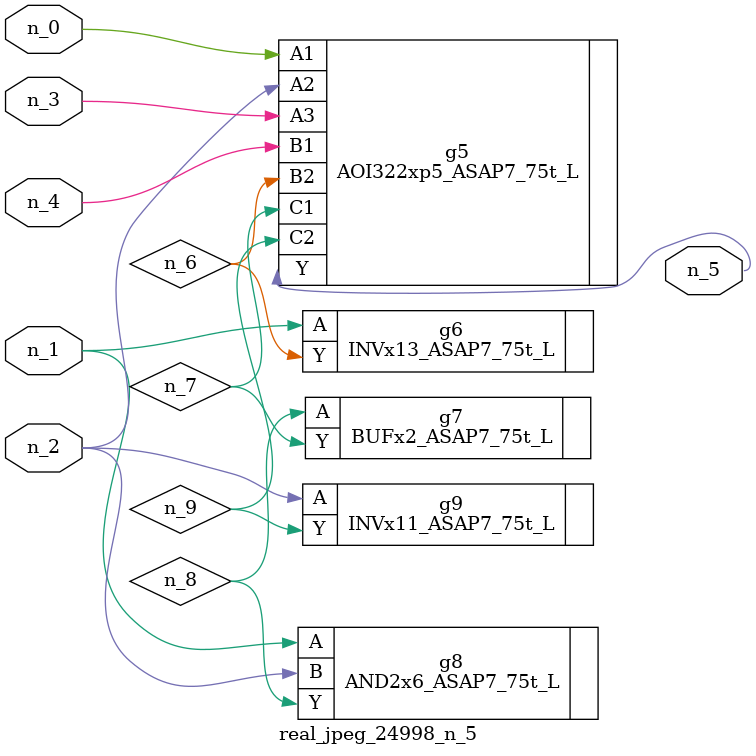
<source format=v>
module real_jpeg_24998_n_5 (n_4, n_0, n_1, n_2, n_3, n_5);

input n_4;
input n_0;
input n_1;
input n_2;
input n_3;

output n_5;

wire n_8;
wire n_6;
wire n_7;
wire n_9;

AOI322xp5_ASAP7_75t_L g5 ( 
.A1(n_0),
.A2(n_2),
.A3(n_3),
.B1(n_4),
.B2(n_6),
.C1(n_7),
.C2(n_9),
.Y(n_5)
);

INVx13_ASAP7_75t_L g6 ( 
.A(n_1),
.Y(n_6)
);

AND2x6_ASAP7_75t_L g8 ( 
.A(n_1),
.B(n_2),
.Y(n_8)
);

INVx11_ASAP7_75t_L g9 ( 
.A(n_2),
.Y(n_9)
);

BUFx2_ASAP7_75t_L g7 ( 
.A(n_8),
.Y(n_7)
);


endmodule
</source>
